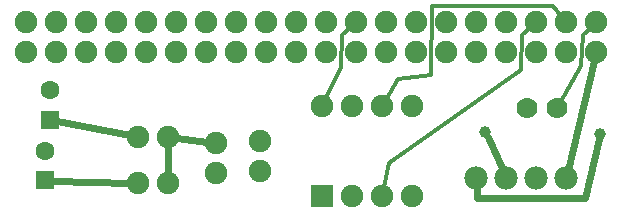
<source format=gtl>
G04 MADE WITH FRITZING*
G04 WWW.FRITZING.ORG*
G04 DOUBLE SIDED*
G04 HOLES PLATED*
G04 CONTOUR ON CENTER OF CONTOUR VECTOR*
%ASAXBY*%
%FSLAX23Y23*%
%MOIN*%
%OFA0B0*%
%SFA1.0B1.0*%
%ADD10C,0.075000*%
%ADD11C,0.070000*%
%ADD12C,0.078000*%
%ADD13C,0.075361*%
%ADD14C,0.062992*%
%ADD15C,0.039370*%
%ADD16R,0.075000X0.075000*%
%ADD17R,0.062992X0.062992*%
%ADD18C,0.024000*%
%ADD19C,0.012000*%
%LNCOPPER1*%
G90*
G70*
G54D10*
X1079Y90D03*
X1079Y390D03*
X1179Y90D03*
X1179Y390D03*
X1279Y90D03*
X1279Y390D03*
X1379Y90D03*
X1379Y390D03*
G54D11*
X1860Y382D03*
X1760Y382D03*
G54D10*
X872Y173D03*
X872Y273D03*
X724Y165D03*
X724Y265D03*
G54D12*
X1892Y148D03*
X1792Y148D03*
X1692Y148D03*
X1592Y148D03*
G54D13*
X1992Y670D03*
X1892Y670D03*
X1792Y670D03*
X1692Y670D03*
X1592Y670D03*
X1492Y670D03*
X1392Y670D03*
X1292Y670D03*
X1192Y670D03*
X1092Y670D03*
X992Y670D03*
X892Y670D03*
X792Y670D03*
X692Y670D03*
X592Y670D03*
X492Y670D03*
X392Y670D03*
X292Y670D03*
X192Y670D03*
X92Y670D03*
X92Y570D03*
X192Y570D03*
X292Y570D03*
X392Y570D03*
X492Y570D03*
X592Y570D03*
X692Y570D03*
X792Y570D03*
X892Y570D03*
X992Y570D03*
X1092Y570D03*
X1192Y570D03*
X1292Y570D03*
X1392Y570D03*
X1492Y570D03*
X1592Y570D03*
X1692Y570D03*
X1792Y570D03*
X1892Y570D03*
X1992Y570D03*
G54D10*
X565Y131D03*
X465Y131D03*
X565Y287D03*
X465Y287D03*
G54D14*
X170Y343D03*
X170Y442D03*
X156Y141D03*
X156Y239D03*
G54D15*
X2004Y297D03*
X1622Y301D03*
G54D16*
X1079Y90D03*
G54D17*
X170Y343D03*
X156Y141D03*
G54D18*
X594Y283D02*
X695Y269D01*
D02*
X565Y160D02*
X565Y259D01*
D02*
X437Y132D02*
X183Y140D01*
D02*
X437Y293D02*
X196Y338D01*
D02*
X1680Y175D02*
X1630Y284D01*
D02*
X1594Y118D02*
X1596Y81D01*
X1596Y81D02*
X1956Y81D01*
X1956Y81D02*
X2000Y278D01*
G54D19*
D02*
X1140Y514D02*
X1089Y411D01*
D02*
X1146Y625D02*
X1140Y514D01*
D02*
X1174Y652D02*
X1146Y625D01*
D02*
X1442Y493D02*
X1444Y721D01*
D02*
X1444Y721D02*
X1847Y721D01*
D02*
X1331Y479D02*
X1442Y493D01*
D02*
X1847Y721D02*
X1876Y689D01*
D02*
X1291Y410D02*
X1331Y479D01*
D02*
X1301Y199D02*
X1740Y510D01*
D02*
X1740Y510D02*
X1746Y625D01*
D02*
X1285Y118D02*
X1301Y199D01*
D02*
X1746Y625D02*
X1774Y652D01*
G54D18*
D02*
X1985Y539D02*
X1899Y177D01*
G54D19*
D02*
X1947Y625D02*
X1970Y647D01*
D02*
X1870Y400D02*
X1940Y521D01*
D02*
X1940Y521D02*
X1947Y625D01*
G04 End of Copper1*
M02*
</source>
